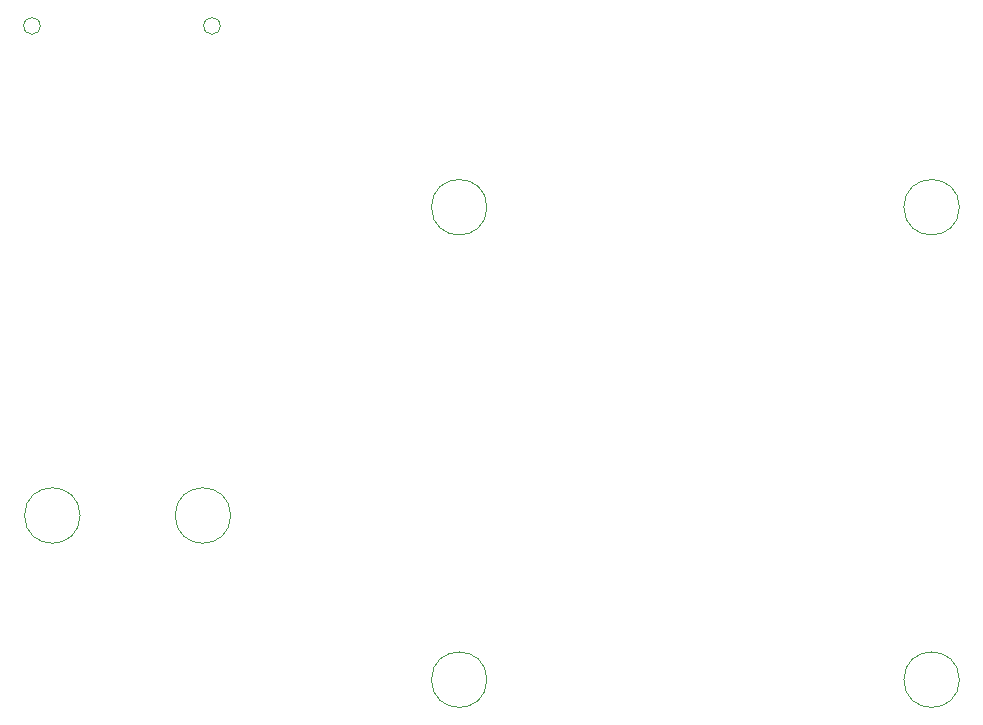
<source format=gbr>
G04 #@! TF.GenerationSoftware,KiCad,Pcbnew,9.0.7*
G04 #@! TF.CreationDate,2026-01-19T20:35:09+01:00*
G04 #@! TF.ProjectId,dumbpad,64756d62-7061-4642-9e6b-696361645f70,rev?*
G04 #@! TF.SameCoordinates,Original*
G04 #@! TF.FileFunction,Other,User*
%FSLAX46Y46*%
G04 Gerber Fmt 4.6, Leading zero omitted, Abs format (unit mm)*
G04 Created by KiCad (PCBNEW 9.0.7) date 2026-01-19 20:35:09*
%MOMM*%
%LPD*%
G01*
G04 APERTURE LIST*
%ADD10C,0.050000*%
G04 APERTURE END LIST*
D10*
X119250000Y-111000000D02*
G75*
G02*
X114550000Y-111000000I-2350000J0D01*
G01*
X114550000Y-111000000D02*
G75*
G02*
X119250000Y-111000000I2350000J0D01*
G01*
X106500000Y-111000000D02*
G75*
G02*
X101800000Y-111000000I-2350000J0D01*
G01*
X101800000Y-111000000D02*
G75*
G02*
X106500000Y-111000000I2350000J0D01*
G01*
X180950000Y-84900000D02*
G75*
G02*
X176250000Y-84900000I-2350000J0D01*
G01*
X176250000Y-84900000D02*
G75*
G02*
X180950000Y-84900000I2350000J0D01*
G01*
X180950000Y-124900000D02*
G75*
G02*
X176250000Y-124900000I-2350000J0D01*
G01*
X176250000Y-124900000D02*
G75*
G02*
X180950000Y-124900000I2350000J0D01*
G01*
X103131100Y-69550000D02*
G75*
G02*
X101731100Y-69550000I-700000J0D01*
G01*
X101731100Y-69550000D02*
G75*
G02*
X103131100Y-69550000I700000J0D01*
G01*
X118371100Y-69550000D02*
G75*
G02*
X116971100Y-69550000I-700000J0D01*
G01*
X116971100Y-69550000D02*
G75*
G02*
X118371100Y-69550000I700000J0D01*
G01*
X140950000Y-84900000D02*
G75*
G02*
X136250000Y-84900000I-2350000J0D01*
G01*
X136250000Y-84900000D02*
G75*
G02*
X140950000Y-84900000I2350000J0D01*
G01*
X140950000Y-124900000D02*
G75*
G02*
X136250000Y-124900000I-2350000J0D01*
G01*
X136250000Y-124900000D02*
G75*
G02*
X140950000Y-124900000I2350000J0D01*
G01*
M02*

</source>
